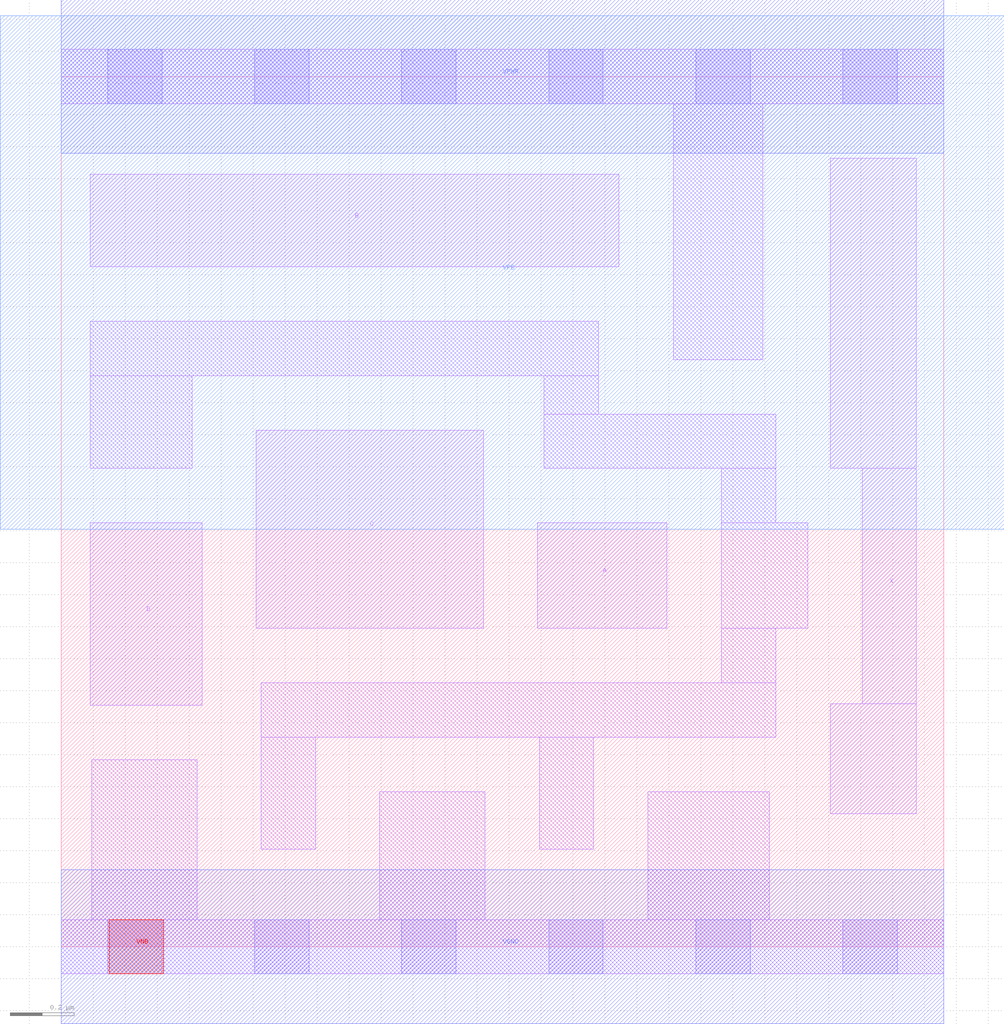
<source format=lef>
# Copyright 2020 The SkyWater PDK Authors
#
# Licensed under the Apache License, Version 2.0 (the "License");
# you may not use this file except in compliance with the License.
# You may obtain a copy of the License at
#
#     https://www.apache.org/licenses/LICENSE-2.0
#
# Unless required by applicable law or agreed to in writing, software
# distributed under the License is distributed on an "AS IS" BASIS,
# WITHOUT WARRANTIES OR CONDITIONS OF ANY KIND, either express or implied.
# See the License for the specific language governing permissions and
# limitations under the License.
#
# SPDX-License-Identifier: Apache-2.0

VERSION 5.7 ;
  NOWIREEXTENSIONATPIN ON ;
  DIVIDERCHAR "/" ;
  BUSBITCHARS "[]" ;
MACRO sky130_fd_sc_hd__or4_1
  CLASS CORE ;
  FOREIGN sky130_fd_sc_hd__or4_1 ;
  ORIGIN  0.000000  0.000000 ;
  SIZE  2.760000 BY  2.720000 ;
  SYMMETRY X Y R90 ;
  SITE unithd ;
  PIN A
    ANTENNAGATEAREA  0.126000 ;
    DIRECTION INPUT ;
    USE SIGNAL ;
    PORT
      LAYER li1 ;
        RECT 1.490000 0.995000 1.895000 1.325000 ;
    END
  END A
  PIN B
    ANTENNAGATEAREA  0.126000 ;
    DIRECTION INPUT ;
    USE SIGNAL ;
    PORT
      LAYER li1 ;
        RECT 0.090000 2.125000 1.745000 2.415000 ;
    END
  END B
  PIN C
    ANTENNAGATEAREA  0.126000 ;
    DIRECTION INPUT ;
    USE SIGNAL ;
    PORT
      LAYER li1 ;
        RECT 0.610000 0.995000 1.320000 1.615000 ;
    END
  END C
  PIN D
    ANTENNAGATEAREA  0.126000 ;
    DIRECTION INPUT ;
    USE SIGNAL ;
    PORT
      LAYER li1 ;
        RECT 0.090000 0.755000 0.440000 1.325000 ;
    END
  END D
  PIN X
    ANTENNADIFFAREA  0.445500 ;
    DIRECTION OUTPUT ;
    USE SIGNAL ;
    PORT
      LAYER li1 ;
        RECT 2.405000 0.415000 2.675000 0.760000 ;
        RECT 2.405000 1.495000 2.675000 2.465000 ;
        RECT 2.505000 0.760000 2.675000 1.495000 ;
    END
  END X
  PIN VGND
    DIRECTION INOUT ;
    SHAPE ABUTMENT ;
    USE GROUND ;
    PORT
      LAYER met1 ;
        RECT 0.000000 -0.240000 2.760000 0.240000 ;
    END
  END VGND
  PIN VNB
    DIRECTION INOUT ;
    USE GROUND ;
    PORT
      LAYER pwell ;
        RECT 0.150000 -0.085000 0.320000 0.085000 ;
    END
  END VNB
  PIN VPB
    DIRECTION INOUT ;
    USE POWER ;
    PORT
      LAYER nwell ;
        RECT -0.190000 1.305000 2.950000 2.910000 ;
    END
  END VPB
  PIN VPWR
    DIRECTION INOUT ;
    SHAPE ABUTMENT ;
    USE POWER ;
    PORT
      LAYER met1 ;
        RECT 0.000000 2.480000 2.760000 2.960000 ;
    END
  END VPWR
  OBS
    LAYER li1 ;
      RECT 0.000000 -0.085000 2.760000 0.085000 ;
      RECT 0.000000  2.635000 2.760000 2.805000 ;
      RECT 0.090000  1.495000 0.410000 1.785000 ;
      RECT 0.090000  1.785000 1.680000 1.955000 ;
      RECT 0.095000  0.085000 0.425000 0.585000 ;
      RECT 0.625000  0.305000 0.795000 0.655000 ;
      RECT 0.625000  0.655000 2.235000 0.825000 ;
      RECT 0.995000  0.085000 1.325000 0.485000 ;
      RECT 1.495000  0.305000 1.665000 0.655000 ;
      RECT 1.510000  1.495000 2.235000 1.665000 ;
      RECT 1.510000  1.665000 1.680000 1.785000 ;
      RECT 1.835000  0.085000 2.215000 0.485000 ;
      RECT 1.915000  1.835000 2.195000 2.635000 ;
      RECT 2.065000  0.825000 2.235000 0.995000 ;
      RECT 2.065000  0.995000 2.335000 1.325000 ;
      RECT 2.065000  1.325000 2.235000 1.495000 ;
    LAYER mcon ;
      RECT 0.145000 -0.085000 0.315000 0.085000 ;
      RECT 0.145000  2.635000 0.315000 2.805000 ;
      RECT 0.605000 -0.085000 0.775000 0.085000 ;
      RECT 0.605000  2.635000 0.775000 2.805000 ;
      RECT 1.065000 -0.085000 1.235000 0.085000 ;
      RECT 1.065000  2.635000 1.235000 2.805000 ;
      RECT 1.525000 -0.085000 1.695000 0.085000 ;
      RECT 1.525000  2.635000 1.695000 2.805000 ;
      RECT 1.985000 -0.085000 2.155000 0.085000 ;
      RECT 1.985000  2.635000 2.155000 2.805000 ;
      RECT 2.445000 -0.085000 2.615000 0.085000 ;
      RECT 2.445000  2.635000 2.615000 2.805000 ;
  END
END sky130_fd_sc_hd__or4_1
END LIBRARY

</source>
